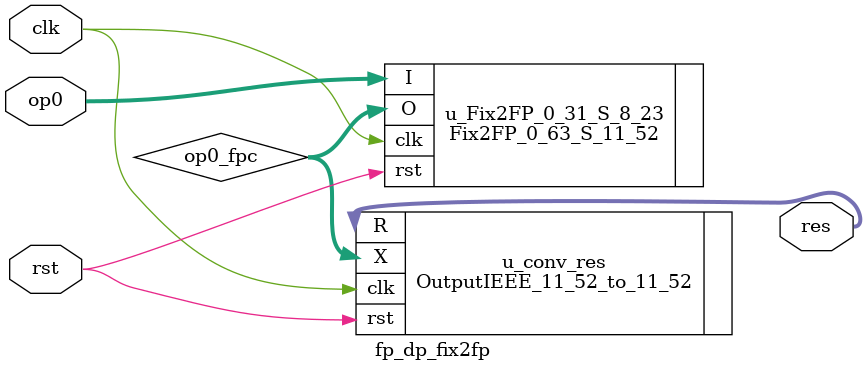
<source format=sv>

`timescale 1ns / 1ps
module fp_dp_fix2fp #(
		parameter DATA_WIDTH = 64 )
	(
		input                       clk,
		input                       rst,
		input  [DATA_WIDTH - 1 : 0] op0,
		output [DATA_WIDTH - 1 : 0] res
	);

	logic [DATA_WIDTH + 1 : 0] op0_fpc;
	
	Fix2FP_0_63_S_11_52 u_Fix2FP_0_31_S_8_23 (
		.clk ( clk     ),
		.rst ( rst     ),
		.I   ( op0     ),
		.O   ( op0_fpc )
	);

	OutputIEEE_11_52_to_11_52 u_conv_res (
		.clk ( clk     ),
		.rst ( rst     ),
		.X   ( op0_fpc ),
		.R   ( res     )
	);

endmodule

</source>
